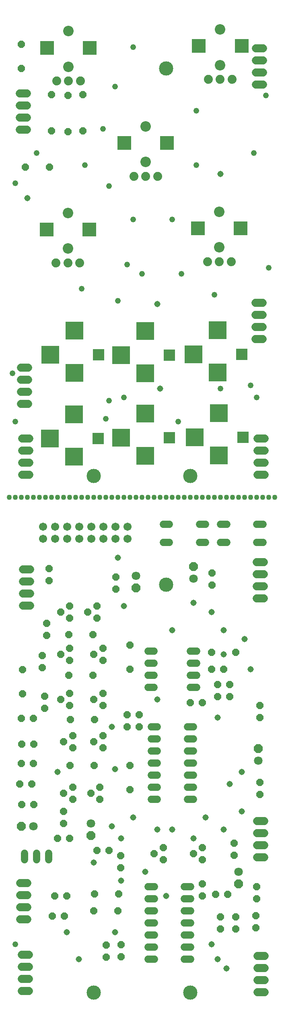
<source format=gts>
G75*
%MOIN*%
%OFA0B0*%
%FSLAX25Y25*%
%IPPOS*%
%LPD*%
%AMOC8*
5,1,8,0,0,1.08239X$1,22.5*
%
%ADD10C,0.11824*%
%ADD11C,0.04343*%
%ADD12OC8,0.06000*%
%ADD13C,0.07400*%
%ADD14R,0.11824X0.11824*%
%ADD15C,0.08674*%
%ADD16R,0.09800X0.09800*%
%ADD17R,0.14800X0.14800*%
%ADD18C,0.06737*%
%ADD19OC8,0.07100*%
%ADD20C,0.07100*%
%ADD21C,0.06800*%
%ADD22C,0.06000*%
%ADD23C,0.05156*%
%ADD24C,0.04762*%
D10*
X0076000Y0018500D03*
X0156000Y0018500D03*
X0136000Y0356000D03*
X0156000Y0446000D03*
X0076000Y0446000D03*
X0136000Y0783500D03*
D11*
X0136000Y0428500D03*
X0131000Y0428500D03*
X0126000Y0428500D03*
X0121000Y0428500D03*
X0116000Y0428500D03*
X0111000Y0428500D03*
X0106000Y0428500D03*
X0101000Y0428500D03*
X0096000Y0428500D03*
X0091000Y0428500D03*
X0086000Y0428500D03*
X0081000Y0428500D03*
X0076000Y0428500D03*
X0071000Y0428500D03*
X0066000Y0428500D03*
X0061000Y0428500D03*
X0056000Y0428500D03*
X0051000Y0428500D03*
X0046000Y0428500D03*
X0041000Y0428500D03*
X0036000Y0428500D03*
X0031000Y0428500D03*
X0026000Y0428500D03*
X0021000Y0428500D03*
X0016000Y0428500D03*
X0011000Y0428500D03*
X0006000Y0428500D03*
X0141000Y0428500D03*
X0146000Y0428500D03*
X0151000Y0428500D03*
X0156000Y0428500D03*
X0161000Y0428500D03*
X0166000Y0428500D03*
X0171000Y0428500D03*
X0176000Y0428500D03*
X0181000Y0428500D03*
X0186000Y0428500D03*
X0191000Y0428500D03*
X0196000Y0428500D03*
X0201000Y0428500D03*
X0206000Y0428500D03*
X0211000Y0428500D03*
X0216000Y0428500D03*
X0221000Y0428500D03*
X0226000Y0428500D03*
D12*
X0193700Y0300000D03*
X0183500Y0286000D03*
X0188500Y0273500D03*
X0188500Y0263500D03*
X0178500Y0263500D03*
X0178500Y0273500D03*
X0173500Y0286000D03*
X0173700Y0300000D03*
X0166000Y0258500D03*
X0156000Y0258500D03*
X0173900Y0355600D03*
X0173900Y0365600D03*
X0213500Y0256000D03*
X0213500Y0246000D03*
X0213400Y0192400D03*
X0213400Y0182400D03*
X0211000Y0106000D03*
X0211000Y0096000D03*
X0210300Y0082200D03*
X0210300Y0072200D03*
X0193500Y0071000D03*
X0193500Y0081000D03*
X0187000Y0099600D03*
X0181000Y0081000D03*
X0181000Y0071000D03*
X0177000Y0099600D03*
X0166000Y0098500D03*
X0166000Y0108500D03*
X0166000Y0128500D03*
X0166000Y0138500D03*
X0158500Y0133500D03*
X0133500Y0128500D03*
X0133500Y0138500D03*
X0126000Y0133500D03*
X0105900Y0186300D03*
X0105900Y0206300D03*
X0103500Y0238500D03*
X0103500Y0248500D03*
X0113500Y0248500D03*
X0113500Y0238500D03*
X0106000Y0286000D03*
X0106000Y0306000D03*
X0094300Y0352400D03*
X0094300Y0362400D03*
X0078500Y0338500D03*
X0078500Y0328500D03*
X0075200Y0314700D03*
X0076000Y0298500D03*
X0075300Y0281100D03*
X0076000Y0261000D03*
X0076400Y0244300D03*
X0076000Y0226000D03*
X0076200Y0206300D03*
X0081000Y0188500D03*
X0081000Y0178500D03*
X0073500Y0183500D03*
X0083500Y0221000D03*
X0083500Y0231000D03*
X0083500Y0256000D03*
X0083500Y0266000D03*
X0083500Y0293500D03*
X0083500Y0303500D03*
X0071000Y0333500D03*
X0056000Y0328500D03*
X0056000Y0338500D03*
X0055200Y0314700D03*
X0056000Y0303500D03*
X0056000Y0293500D03*
X0055300Y0281100D03*
X0056000Y0266000D03*
X0056000Y0256000D03*
X0056400Y0244300D03*
X0058500Y0231000D03*
X0058500Y0221000D03*
X0056200Y0206300D03*
X0058500Y0188500D03*
X0058500Y0178500D03*
X0056000Y0146000D03*
X0051000Y0158500D03*
X0051000Y0168500D03*
X0051000Y0183500D03*
X0046000Y0146000D03*
X0043500Y0098500D03*
X0041600Y0081700D03*
X0051600Y0081700D03*
X0053500Y0098500D03*
X0076000Y0086000D03*
X0076700Y0100100D03*
X0078500Y0136000D03*
X0088500Y0136000D03*
X0098200Y0131800D03*
X0098200Y0121800D03*
X0096700Y0100100D03*
X0096000Y0086000D03*
X0098700Y0058000D03*
X0098700Y0048000D03*
X0086200Y0047600D03*
X0086200Y0057600D03*
X0051000Y0226000D03*
X0048500Y0261000D03*
X0048500Y0298500D03*
X0048500Y0333500D03*
X0038900Y0359300D03*
X0038900Y0369300D03*
X0036800Y0324100D03*
X0036800Y0314100D03*
X0033200Y0297400D03*
X0033200Y0287400D03*
X0035200Y0263600D03*
X0035200Y0253600D03*
X0025900Y0245400D03*
X0026100Y0224100D03*
X0025900Y0207900D03*
X0024700Y0191200D03*
X0026100Y0174100D03*
X0016100Y0174100D03*
X0014700Y0191200D03*
X0015900Y0207900D03*
X0016100Y0224100D03*
X0015900Y0245400D03*
X0016900Y0265600D03*
X0016900Y0285600D03*
X0019100Y0701700D03*
X0039100Y0701700D03*
X0040800Y0731600D03*
X0040800Y0761600D03*
X0054400Y0760900D03*
X0054400Y0730900D03*
X0066900Y0731600D03*
X0066900Y0761600D03*
X0016000Y0783500D03*
X0016000Y0803500D03*
X0192300Y0142100D03*
X0192300Y0132100D03*
D13*
X0189743Y0623541D03*
X0179900Y0623541D03*
X0170057Y0623541D03*
X0128743Y0694141D03*
X0118900Y0694141D03*
X0109057Y0694141D03*
X0064343Y0622541D03*
X0054500Y0622541D03*
X0044657Y0622541D03*
X0045157Y0772941D03*
X0055000Y0772941D03*
X0064843Y0772941D03*
X0170857Y0774341D03*
X0180700Y0774341D03*
X0190543Y0774341D03*
D14*
X0198417Y0801900D03*
X0162983Y0801900D03*
X0136617Y0721700D03*
X0162183Y0651100D03*
X0197617Y0651100D03*
X0101183Y0721700D03*
X0072217Y0650100D03*
X0036783Y0650100D03*
X0037283Y0800500D03*
X0072717Y0800500D03*
D15*
X0055000Y0814280D03*
X0055000Y0784752D03*
X0054500Y0663880D03*
X0054500Y0634352D03*
X0118900Y0705952D03*
X0118900Y0735480D03*
X0180700Y0786152D03*
X0180700Y0815680D03*
X0179900Y0664880D03*
X0179900Y0635352D03*
D16*
X0198400Y0546700D03*
X0199400Y0477900D03*
X0138500Y0477600D03*
X0138500Y0546000D03*
X0079800Y0546500D03*
X0079700Y0477000D03*
D17*
X0098500Y0477600D03*
X0098500Y0546000D03*
X0118500Y0531000D03*
X0118500Y0497600D03*
X0118500Y0462600D03*
X0118500Y0566000D03*
X0158400Y0546700D03*
X0178400Y0531700D03*
X0179400Y0497900D03*
X0179400Y0462900D03*
X0159400Y0477900D03*
X0178400Y0566700D03*
X0059800Y0566500D03*
X0059800Y0531500D03*
X0059700Y0497000D03*
X0059700Y0462000D03*
X0039700Y0477000D03*
X0039800Y0546500D03*
D18*
X0044000Y0403900D03*
X0044000Y0393900D03*
X0034000Y0393900D03*
X0034000Y0403900D03*
X0054000Y0403900D03*
X0054000Y0393900D03*
X0064000Y0393900D03*
X0064000Y0403900D03*
X0074000Y0403900D03*
X0074000Y0393900D03*
X0084000Y0393900D03*
X0084000Y0403900D03*
X0094000Y0403900D03*
X0094000Y0393900D03*
X0104000Y0393900D03*
X0104000Y0403900D03*
D19*
X0111000Y0353500D03*
X0158500Y0371000D03*
X0212100Y0220400D03*
X0196000Y0108500D03*
X0073500Y0148500D03*
X0016000Y0156000D03*
D20*
X0026000Y0156000D03*
X0073500Y0158500D03*
X0111000Y0363500D03*
X0158500Y0361000D03*
X0212100Y0210400D03*
X0196000Y0118500D03*
D21*
X0211100Y0130500D02*
X0217100Y0130500D01*
X0217100Y0140500D02*
X0211100Y0140500D01*
X0211100Y0150500D02*
X0217100Y0150500D01*
X0217100Y0160500D02*
X0211100Y0160500D01*
X0211600Y0048700D02*
X0217600Y0048700D01*
X0217600Y0038700D02*
X0211600Y0038700D01*
X0211600Y0028700D02*
X0217600Y0028700D01*
X0217600Y0018700D02*
X0211600Y0018700D01*
X0210800Y0344700D02*
X0216800Y0344700D01*
X0216800Y0354700D02*
X0210800Y0354700D01*
X0210800Y0364700D02*
X0216800Y0364700D01*
X0216800Y0374700D02*
X0210800Y0374700D01*
X0211500Y0446900D02*
X0217500Y0446900D01*
X0217500Y0456900D02*
X0211500Y0456900D01*
X0211500Y0466900D02*
X0217500Y0466900D01*
X0217500Y0476900D02*
X0211500Y0476900D01*
X0209800Y0559300D02*
X0215800Y0559300D01*
X0215800Y0569300D02*
X0209800Y0569300D01*
X0209800Y0579300D02*
X0215800Y0579300D01*
X0215800Y0589300D02*
X0209800Y0589300D01*
X0210200Y0770100D02*
X0216200Y0770100D01*
X0216200Y0780100D02*
X0210200Y0780100D01*
X0210200Y0790100D02*
X0216200Y0790100D01*
X0216200Y0800100D02*
X0210200Y0800100D01*
X0023200Y0368600D02*
X0017200Y0368600D01*
X0017200Y0358600D02*
X0023200Y0358600D01*
X0023200Y0348600D02*
X0017200Y0348600D01*
X0017200Y0338600D02*
X0023200Y0338600D01*
X0022600Y0446900D02*
X0016600Y0446900D01*
X0016600Y0456900D02*
X0022600Y0456900D01*
X0022600Y0466900D02*
X0016600Y0466900D01*
X0016600Y0476900D02*
X0022600Y0476900D01*
X0021600Y0505700D02*
X0015600Y0505700D01*
X0015600Y0515700D02*
X0021600Y0515700D01*
X0021600Y0525700D02*
X0015600Y0525700D01*
X0015600Y0535700D02*
X0021600Y0535700D01*
X0020500Y0732600D02*
X0014500Y0732600D01*
X0014500Y0742600D02*
X0020500Y0742600D01*
X0020500Y0752600D02*
X0014500Y0752600D01*
X0014500Y0762600D02*
X0020500Y0762600D01*
X0020800Y0108900D02*
X0014800Y0108900D01*
X0014800Y0098900D02*
X0020800Y0098900D01*
X0020800Y0088900D02*
X0014800Y0088900D01*
X0014800Y0078900D02*
X0020800Y0078900D01*
X0022300Y0049800D02*
X0016300Y0049800D01*
X0016300Y0039800D02*
X0022300Y0039800D01*
X0022300Y0029800D02*
X0016300Y0029800D01*
X0016300Y0019800D02*
X0022300Y0019800D01*
D22*
X0018500Y0128400D02*
X0018500Y0133600D01*
X0028500Y0133600D02*
X0028500Y0128400D01*
X0038500Y0128400D02*
X0038500Y0133600D01*
X0120900Y0106000D02*
X0126100Y0106000D01*
X0126100Y0096000D02*
X0120900Y0096000D01*
X0120900Y0086000D02*
X0126100Y0086000D01*
X0126100Y0076000D02*
X0120900Y0076000D01*
X0120900Y0066000D02*
X0126100Y0066000D01*
X0126100Y0056000D02*
X0120900Y0056000D01*
X0120900Y0046000D02*
X0126100Y0046000D01*
X0150900Y0046000D02*
X0156100Y0046000D01*
X0156100Y0056000D02*
X0150900Y0056000D01*
X0150900Y0066000D02*
X0156100Y0066000D01*
X0156100Y0076000D02*
X0150900Y0076000D01*
X0150900Y0086000D02*
X0156100Y0086000D01*
X0156100Y0096000D02*
X0150900Y0096000D01*
X0150900Y0106000D02*
X0156100Y0106000D01*
X0158600Y0178500D02*
X0153400Y0178500D01*
X0153400Y0188500D02*
X0158600Y0188500D01*
X0158600Y0198500D02*
X0153400Y0198500D01*
X0153400Y0208500D02*
X0158600Y0208500D01*
X0158600Y0218500D02*
X0153400Y0218500D01*
X0153400Y0228500D02*
X0158600Y0228500D01*
X0158600Y0238500D02*
X0153400Y0238500D01*
X0156000Y0271000D02*
X0161200Y0271000D01*
X0161200Y0281000D02*
X0156000Y0281000D01*
X0156000Y0291000D02*
X0161200Y0291000D01*
X0161200Y0301000D02*
X0156000Y0301000D01*
X0163400Y0391000D02*
X0168600Y0391000D01*
X0168600Y0406000D02*
X0163400Y0406000D01*
X0180900Y0406000D02*
X0186100Y0406000D01*
X0186100Y0391000D02*
X0180900Y0391000D01*
X0210900Y0391000D02*
X0216100Y0391000D01*
X0216100Y0406000D02*
X0210900Y0406000D01*
X0138600Y0406000D02*
X0133400Y0406000D01*
X0133400Y0391000D02*
X0138600Y0391000D01*
X0126000Y0301000D02*
X0120800Y0301000D01*
X0120800Y0291000D02*
X0126000Y0291000D01*
X0126000Y0281000D02*
X0120800Y0281000D01*
X0120800Y0271000D02*
X0126000Y0271000D01*
X0123400Y0238500D02*
X0128600Y0238500D01*
X0128600Y0228500D02*
X0123400Y0228500D01*
X0123400Y0218500D02*
X0128600Y0218500D01*
X0128600Y0208500D02*
X0123400Y0208500D01*
X0123400Y0198500D02*
X0128600Y0198500D01*
X0128600Y0188500D02*
X0123400Y0188500D01*
X0123400Y0178500D02*
X0128600Y0178500D01*
D23*
X0128500Y0153500D03*
X0118500Y0118500D03*
X0108500Y0163500D03*
X0098500Y0146000D03*
X0091000Y0156000D03*
X0093500Y0203500D03*
X0091000Y0238500D03*
X0101000Y0338500D03*
X0096000Y0378500D03*
X0128500Y0261000D03*
X0141000Y0318500D03*
X0158500Y0341000D03*
X0173500Y0333500D03*
X0183500Y0318500D03*
X0183500Y0298500D03*
X0178500Y0246000D03*
X0188500Y0191000D03*
X0198500Y0201000D03*
X0198500Y0168500D03*
X0183500Y0153500D03*
X0168500Y0163500D03*
X0158500Y0146000D03*
X0141000Y0153500D03*
X0136000Y0098500D03*
X0098500Y0111000D03*
X0093500Y0068500D03*
X0076000Y0126000D03*
X0053500Y0068500D03*
X0063500Y0046000D03*
X0046000Y0201000D03*
X0131000Y0518500D03*
X0128500Y0588500D03*
X0181000Y0696000D03*
X0201000Y0311000D03*
X0206000Y0286000D03*
X0173500Y0058500D03*
X0178500Y0046000D03*
X0186000Y0038500D03*
X0021000Y0676000D03*
D24*
X0011000Y0058500D03*
X0011000Y0491000D03*
X0008500Y0531000D03*
X0011000Y0688500D03*
X0028500Y0713500D03*
X0066000Y0601000D03*
X0088500Y0686000D03*
X0083500Y0733500D03*
X0093500Y0768500D03*
X0108500Y0801000D03*
X0068500Y0703500D03*
X0096000Y0591000D03*
X0103500Y0621000D03*
X0108500Y0658500D03*
X0116000Y0613500D03*
X0141000Y0658500D03*
X0148500Y0613500D03*
X0176000Y0596000D03*
X0181000Y0518500D03*
X0206000Y0521000D03*
X0211000Y0511000D03*
X0221000Y0618500D03*
X0208500Y0713500D03*
X0218500Y0761000D03*
X0161000Y0748500D03*
X0161000Y0703500D03*
X0146000Y0491000D03*
X0101000Y0511000D03*
X0088500Y0508500D03*
X0086000Y0493500D03*
M02*

</source>
